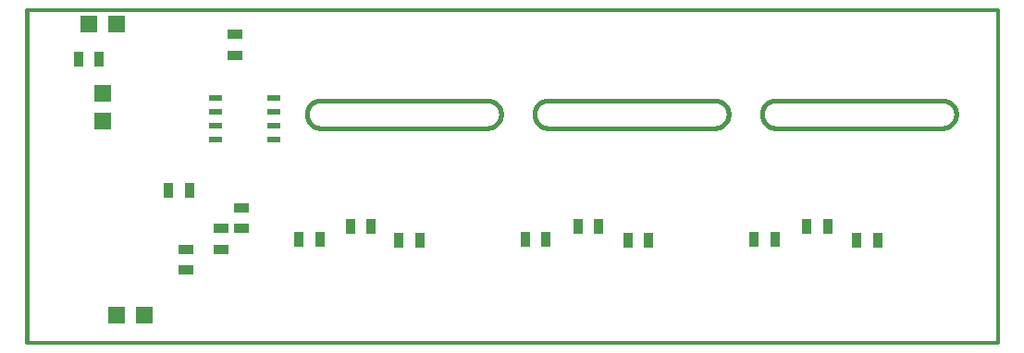
<source format=gtp>
G04 (created by PCBNEW-RS274X (20100406 SVN-R2508)-final) date 6/3/2010 10:00:35 PM*
G01*
G70*
G90*
%MOIN*%
G04 Gerber Fmt 3.4, Leading zero omitted, Abs format*
%FSLAX34Y34*%
G04 APERTURE LIST*
%ADD10C,0.006000*%
%ADD11C,0.012000*%
%ADD12C,0.015000*%
%ADD13R,0.060000X0.060000*%
%ADD14R,0.055000X0.035000*%
%ADD15R,0.035000X0.055000*%
%ADD16R,0.045000X0.020000*%
G04 APERTURE END LIST*
G54D10*
G54D11*
X56000Y-43250D02*
X21000Y-43250D01*
X56000Y-55250D02*
X56000Y-43250D01*
X21000Y-55250D02*
X56000Y-55250D01*
G54D12*
X54000Y-47500D02*
X54043Y-47498D01*
X54086Y-47492D01*
X54129Y-47482D01*
X54171Y-47469D01*
X54211Y-47453D01*
X54250Y-47433D01*
X54286Y-47409D01*
X54321Y-47383D01*
X54353Y-47353D01*
X54383Y-47321D01*
X54409Y-47286D01*
X54433Y-47249D01*
X54453Y-47211D01*
X54469Y-47171D01*
X54482Y-47129D01*
X54492Y-47086D01*
X54498Y-47043D01*
X54500Y-47000D01*
X21000Y-55200D02*
X21000Y-55000D01*
X54000Y-47500D02*
X48000Y-47500D01*
X31600Y-46500D02*
X31557Y-46502D01*
X31514Y-46508D01*
X31471Y-46518D01*
X31429Y-46531D01*
X31389Y-46547D01*
X31351Y-46567D01*
X31314Y-46591D01*
X31279Y-46617D01*
X31247Y-46647D01*
X31217Y-46679D01*
X31191Y-46714D01*
X31167Y-46751D01*
X31147Y-46789D01*
X31131Y-46829D01*
X31118Y-46871D01*
X31108Y-46914D01*
X31102Y-46957D01*
X31100Y-47000D01*
X31100Y-47000D02*
X31102Y-47043D01*
X31108Y-47086D01*
X31118Y-47129D01*
X31131Y-47171D01*
X31147Y-47211D01*
X31167Y-47249D01*
X31191Y-47286D01*
X31217Y-47321D01*
X31247Y-47353D01*
X31279Y-47383D01*
X31314Y-47409D01*
X31351Y-47433D01*
X31389Y-47453D01*
X31429Y-47469D01*
X31471Y-47482D01*
X31514Y-47492D01*
X31557Y-47498D01*
X31600Y-47500D01*
X37600Y-47500D02*
X37643Y-47498D01*
X37686Y-47492D01*
X37729Y-47482D01*
X37771Y-47469D01*
X37811Y-47453D01*
X37850Y-47433D01*
X37886Y-47409D01*
X37921Y-47383D01*
X37953Y-47353D01*
X37983Y-47321D01*
X38009Y-47286D01*
X38033Y-47249D01*
X38053Y-47211D01*
X38069Y-47171D01*
X38082Y-47129D01*
X38092Y-47086D01*
X38098Y-47043D01*
X38100Y-47000D01*
X38100Y-47000D02*
X38098Y-46957D01*
X38092Y-46914D01*
X38082Y-46871D01*
X38069Y-46829D01*
X38053Y-46789D01*
X38033Y-46751D01*
X38009Y-46714D01*
X37983Y-46679D01*
X37953Y-46647D01*
X37921Y-46617D01*
X37886Y-46591D01*
X37850Y-46567D01*
X37811Y-46547D01*
X37771Y-46531D01*
X37729Y-46518D01*
X37686Y-46508D01*
X37643Y-46502D01*
X37600Y-46500D01*
X39800Y-46500D02*
X39757Y-46502D01*
X39714Y-46508D01*
X39671Y-46518D01*
X39629Y-46531D01*
X39589Y-46547D01*
X39551Y-46567D01*
X39514Y-46591D01*
X39479Y-46617D01*
X39447Y-46647D01*
X39417Y-46679D01*
X39391Y-46714D01*
X39367Y-46751D01*
X39347Y-46789D01*
X39331Y-46829D01*
X39318Y-46871D01*
X39308Y-46914D01*
X39302Y-46957D01*
X39300Y-47000D01*
X39300Y-47000D02*
X39302Y-47043D01*
X39308Y-47086D01*
X39318Y-47129D01*
X39331Y-47171D01*
X39347Y-47211D01*
X39367Y-47249D01*
X39391Y-47286D01*
X39417Y-47321D01*
X39447Y-47353D01*
X39479Y-47383D01*
X39514Y-47409D01*
X39551Y-47433D01*
X39589Y-47453D01*
X39629Y-47469D01*
X39671Y-47482D01*
X39714Y-47492D01*
X39757Y-47498D01*
X39800Y-47500D01*
X45800Y-47500D02*
X45843Y-47498D01*
X45886Y-47492D01*
X45929Y-47482D01*
X45971Y-47469D01*
X46011Y-47453D01*
X46050Y-47433D01*
X46086Y-47409D01*
X46121Y-47383D01*
X46153Y-47353D01*
X46183Y-47321D01*
X46209Y-47286D01*
X46233Y-47249D01*
X46253Y-47211D01*
X46269Y-47171D01*
X46282Y-47129D01*
X46292Y-47086D01*
X46298Y-47043D01*
X46300Y-47000D01*
X46300Y-47000D02*
X46298Y-46957D01*
X46292Y-46914D01*
X46282Y-46871D01*
X46269Y-46829D01*
X46253Y-46789D01*
X46233Y-46751D01*
X46209Y-46714D01*
X46183Y-46679D01*
X46153Y-46647D01*
X46121Y-46617D01*
X46086Y-46591D01*
X46050Y-46567D01*
X46011Y-46547D01*
X45971Y-46531D01*
X45929Y-46518D01*
X45886Y-46508D01*
X45843Y-46502D01*
X45800Y-46500D01*
X48000Y-46500D02*
X47957Y-46502D01*
X47914Y-46508D01*
X47871Y-46518D01*
X47829Y-46531D01*
X47789Y-46547D01*
X47751Y-46567D01*
X47714Y-46591D01*
X47679Y-46617D01*
X47647Y-46647D01*
X47617Y-46679D01*
X47591Y-46714D01*
X47567Y-46751D01*
X47547Y-46789D01*
X47531Y-46829D01*
X47518Y-46871D01*
X47508Y-46914D01*
X47502Y-46957D01*
X47500Y-47000D01*
X47500Y-47000D02*
X47502Y-47043D01*
X47508Y-47086D01*
X47518Y-47129D01*
X47531Y-47171D01*
X47547Y-47211D01*
X47567Y-47249D01*
X47591Y-47286D01*
X47617Y-47321D01*
X47647Y-47353D01*
X47679Y-47383D01*
X47714Y-47409D01*
X47751Y-47433D01*
X47789Y-47453D01*
X47829Y-47469D01*
X47871Y-47482D01*
X47914Y-47492D01*
X47957Y-47498D01*
X48000Y-47500D01*
X54500Y-47000D02*
X54498Y-46957D01*
X54492Y-46914D01*
X54482Y-46871D01*
X54469Y-46829D01*
X54453Y-46789D01*
X54433Y-46751D01*
X54409Y-46714D01*
X54383Y-46679D01*
X54353Y-46647D01*
X54321Y-46617D01*
X54286Y-46591D01*
X54250Y-46567D01*
X54211Y-46547D01*
X54171Y-46531D01*
X54129Y-46518D01*
X54086Y-46508D01*
X54043Y-46502D01*
X54000Y-46500D01*
X31600Y-47500D02*
X37600Y-47500D01*
X37600Y-46500D02*
X31600Y-46500D01*
X39800Y-47500D02*
X45800Y-47500D01*
X45800Y-46500D02*
X39800Y-46500D01*
X54000Y-46500D02*
X48000Y-46500D01*
X21000Y-43250D02*
X21000Y-55000D01*
G54D13*
X25250Y-54250D03*
X24250Y-54250D03*
X23750Y-47250D03*
X23750Y-46250D03*
X24250Y-43750D03*
X23250Y-43750D03*
G54D14*
X28750Y-51125D03*
X28750Y-50375D03*
G54D15*
X51675Y-51550D03*
X50925Y-51550D03*
X32675Y-51050D03*
X33425Y-51050D03*
X39725Y-51500D03*
X38975Y-51500D03*
X31575Y-51500D03*
X30825Y-51500D03*
X40875Y-51050D03*
X41625Y-51050D03*
X43425Y-51550D03*
X42675Y-51550D03*
X35175Y-51550D03*
X34425Y-51550D03*
X47975Y-51500D03*
X47225Y-51500D03*
G54D14*
X26750Y-51875D03*
X26750Y-52625D03*
G54D15*
X23625Y-45000D03*
X22875Y-45000D03*
X26125Y-49750D03*
X26875Y-49750D03*
G54D14*
X28500Y-44125D03*
X28500Y-44875D03*
X28000Y-51125D03*
X28000Y-51875D03*
G54D15*
X49125Y-51050D03*
X49875Y-51050D03*
G54D16*
X29900Y-46400D03*
X27800Y-46400D03*
X29900Y-46900D03*
X29900Y-47400D03*
X29900Y-47900D03*
X27800Y-46900D03*
X27800Y-47400D03*
X27800Y-47900D03*
M02*

</source>
